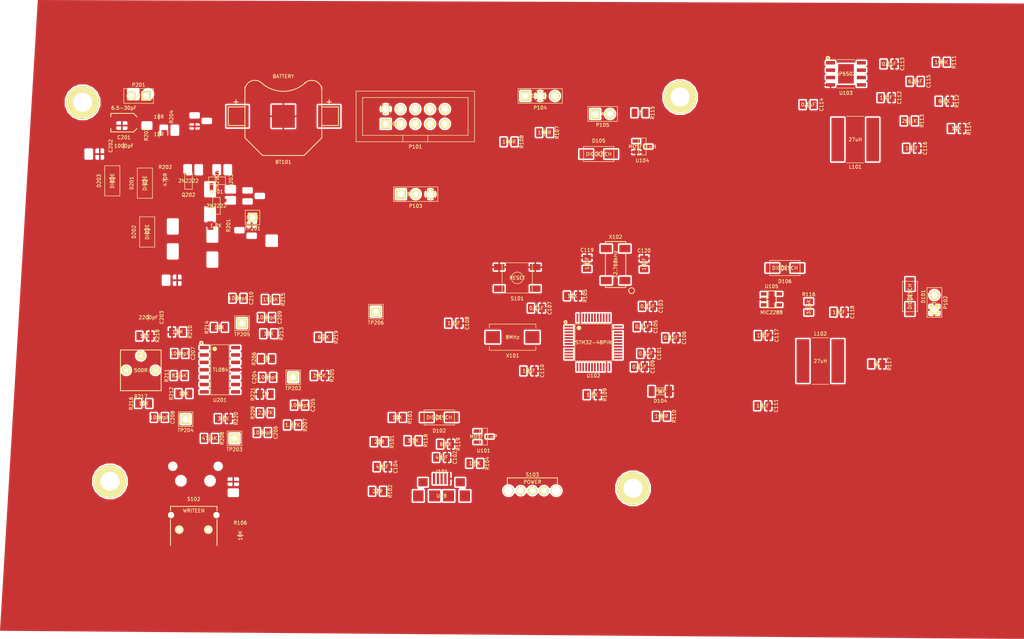
<source format=kicad_pcb>
(kicad_pcb (version 3) (host pcbnew "(2013-12-12 BZR 4550)-product")
  (layers (15 F.Cu signal) (0 B.Cu signal) (18 B.Paste user) (19 F.Paste user) (20 B.SilkS user) (21 F.SilkS user) (22 B.Mask user) (23 F.Mask user) (28 Edge.Cuts user))
  (net 0 "")
  (net 1 +3.3V)
  (net 2 +9V)
  (net 3 /BEEP)
  (net 4 /JNTRST)
  (net 5 /JTCK)
  (net 6 /JTDI)
  (net 7 /JTDO)
  (net 8 /JTMS)
  (net 9 /LEDGRN)
  (net 10 /LEDRED)
  (net 11 /RF/RX)
  (net 12 /RF/TX)
  (net 13 /USARTRX)
  (net 14 /USARTTX)
  (net 15 /USBDET)
  (net 16 /USBDIS)
  (net 17 /VBAT)
  (net 18 /VIN)
  (net 19 /VUSB)
  (net 20 /WRITEEN)
  (net 21 /nRST)
  (net 22 GNDPWR)
  (net 23 "Net-(C102-Pad1)")
  (net 24 "Net-(C104-Pad1)")
  (net 25 "Net-(C108-Pad1)")
  (net 26 "Net-(C110-Pad1)")
  (net 27 "Net-(C113-Pad1)")
  (net 28 "Net-(C114-Pad1)")
  (net 29 "Net-(C114-Pad2)")
  (net 30 "Net-(C115-Pad1)")
  (net 31 "Net-(C115-Pad2)")
  (net 32 "Net-(C119-Pad1)")
  (net 33 "Net-(C120-Pad1)")
  (net 34 "Net-(C201-Pad1)")
  (net 35 "Net-(C203-Pad1)")
  (net 36 "Net-(C204-Pad2)")
  (net 37 "Net-(C205-Pad1)")
  (net 38 "Net-(C205-Pad2)")
  (net 39 "Net-(C206-Pad2)")
  (net 40 "Net-(C207-Pad1)")
  (net 41 "Net-(C207-Pad2)")
  (net 42 "Net-(C208-Pad2)")
  (net 43 "Net-(C209-Pad2)")
  (net 44 "Net-(C210-Pad1)")
  (net 45 "Net-(C210-Pad2)")
  (net 46 "Net-(D101-Pad1)")
  (net 47 "Net-(D101-Pad2)")
  (net 48 "Net-(D104-Pad1)")
  (net 49 "Net-(D105-Pad1)")
  (net 50 "Net-(D105-Pad2)")
  (net 51 "Net-(D106-Pad1)")
  (net 52 "Net-(D201-Pad1)")
  (net 53 "Net-(D201-Pad2)")
  (net 54 "Net-(D202-Pad2)")
  (net 55 "Net-(J101-Pad2)")
  (net 56 "Net-(J101-Pad3)")
  (net 57 "Net-(P101-Pad10)")
  (net 58 "Net-(P101-Pad7)")
  (net 59 "Net-(P104-Pad1)")
  (net 60 "Net-(P104-Pad3)")
  (net 61 "Net-(P201-Pad1)")
  (net 62 "Net-(Q201-Pad1)")
  (net 63 "Net-(Q202-Pad2)")
  (net 64 "Net-(Q203-Pad3)")
  (net 65 "Net-(R104-Pad1)")
  (net 66 "Net-(R105-Pad1)")
  (net 67 "Net-(R109-Pad1)")
  (net 68 "Net-(R111-Pad2)")
  (net 69 "Net-(R113-Pad2)")
  (net 70 "Net-(R116-Pad2)")
  (net 71 "Net-(R214-Pad1)")
  (net 72 "Net-(R216-Pad2)")
  (net 73 "Net-(R217-Pad1)")
  (net 74 "Net-(R217-Pad2)")
  (net 75 "Net-(R219-Pad1)")
  (net 76 "Net-(S103-Pad1)")
  (net 77 "Net-(U102-Pad14)")
  (net 78 "Net-(U102-Pad15)")
  (net 79 "Net-(U102-Pad16)")
  (net 80 "Net-(U102-Pad17)")
  (net 81 "Net-(U102-Pad19)")
  (net 82 "Net-(U102-Pad2)")
  (net 83 "Net-(U102-Pad22)")
  (net 84 "Net-(U102-Pad25)")
  (net 85 "Net-(U102-Pad26)")
  (net 86 "Net-(U102-Pad27)")
  (net 87 "Net-(U102-Pad28)")
  (net 88 "Net-(U102-Pad41)")
  (net 89 "Net-(U102-Pad43)")
  (net 90 "Net-(U102-Pad45)")
  (net 91 "Net-(U102-Pad46)")
  (module stm32:KEYSTONE-3000 (layer F.Cu) (at 108.4 53.9)
    (fp_text reference BT101 (at 0 7.874) (layer F.SilkS) (effects (font (size 0.6 0.6) (thickness 0.1))))
    (fp_text value BATTERY (at 0 -6.858) (layer F.SilkS) (effects (font (size 0.6 0.6) (thickness 0.1))))
    (fp_text user + (at -8.128 -2.54) (layer F.SilkS))
    (fp_text user + (at 7.874 -2.54) (layer F.SilkS))
    (pad 2 smd rect (at 0 0) (size 3.9624 3.9624) (layers F.Cu F.Paste F.Mask) (net 22 GNDPWR))
    (pad 1 smd rect (at 7.874 0) (size 3.81 3.81) (layers F.Cu F.Paste F.Mask) (net 17 /VBAT))
    (pad 1 smd rect (at -7.874 0) (size 3.81 3.81) (layers F.Cu F.Paste F.Mask) (net 17 /VBAT))
  )
  (module stm32:CAPC2012X100N (layer F.Cu) (at 170.7 94.7)
    (fp_text reference C101 (at 2.286 0 90) (layer F.SilkS) (effects (font (size 0.6 0.6) (thickness 0.1))))
    (fp_text value 0.1uF (at 0 0) (layer F.SilkS) (effects (font (size 0.6 0.6) (thickness 0.1))))
    (pad 1 smd rect (at -0.95 0) (size 1 1.45) (layers F.Cu F.Paste F.Mask) (net 1 +3.3V))
    (pad 2 smd rect (at 0.95 0) (size 1 1.45) (layers F.Cu F.Paste F.Mask) (net 22 GNDPWR))
  )
  (module stm32:CAPC2012X100N (layer F.Cu) (at 135.6 112.6)
    (fp_text reference C102 (at 2.286 0 90) (layer F.SilkS) (effects (font (size 0.6 0.6) (thickness 0.1))))
    (fp_text value 48pF (at 0 0) (layer F.SilkS) (effects (font (size 0.6 0.6) (thickness 0.1))))
    (pad 1 smd rect (at -0.95 0) (size 1 1.45) (layers F.Cu F.Paste F.Mask) (net 23 "Net-(C102-Pad1)"))
    (pad 2 smd rect (at 0.95 0) (size 1 1.45) (layers F.Cu F.Paste F.Mask) (net 22 GNDPWR))
  )
  (module stm32:CAPC2012X100N (layer F.Cu) (at 171 86.6)
    (fp_text reference C103 (at 2.286 0 90) (layer F.SilkS) (effects (font (size 0.6 0.6) (thickness 0.1))))
    (fp_text value 0.1uF (at 0 0) (layer F.SilkS) (effects (font (size 0.6 0.6) (thickness 0.1))))
    (pad 1 smd rect (at -0.95 0) (size 1 1.45) (layers F.Cu F.Paste F.Mask) (net 1 +3.3V))
    (pad 2 smd rect (at 0.95 0) (size 1 1.45) (layers F.Cu F.Paste F.Mask) (net 22 GNDPWR))
  )
  (module stm32:CAPC2012X100N (layer F.Cu) (at 125.4 114.2)
    (fp_text reference C104 (at 2.286 0 90) (layer F.SilkS) (effects (font (size 0.6 0.6) (thickness 0.1))))
    (fp_text value 48pF (at 0 0) (layer F.SilkS) (effects (font (size 0.6 0.6) (thickness 0.1))))
    (pad 1 smd rect (at -0.95 0) (size 1 1.45) (layers F.Cu F.Paste F.Mask) (net 24 "Net-(C104-Pad1)"))
    (pad 2 smd rect (at 0.95 0) (size 1 1.45) (layers F.Cu F.Paste F.Mask) (net 22 GNDPWR))
  )
  (module stm32:CAPC2012X100N (layer F.Cu) (at 170.1 90.1)
    (fp_text reference C105 (at 2.286 0 90) (layer F.SilkS) (effects (font (size 0.6 0.6) (thickness 0.1))))
    (fp_text value 0.1uF (at 0 0) (layer F.SilkS) (effects (font (size 0.6 0.6) (thickness 0.1))))
    (pad 1 smd rect (at -0.95 0) (size 1 1.45) (layers F.Cu F.Paste F.Mask) (net 1 +3.3V))
    (pad 2 smd rect (at 0.95 0) (size 1 1.45) (layers F.Cu F.Paste F.Mask) (net 22 GNDPWR))
  )
  (module stm32:CAPC2012X100N (layer F.Cu) (at 175 92)
    (fp_text reference C106 (at 2.286 0 90) (layer F.SilkS) (effects (font (size 0.6 0.6) (thickness 0.1))))
    (fp_text value 0.1uF (at 0 0) (layer F.SilkS) (effects (font (size 0.6 0.6) (thickness 0.1))))
    (pad 1 smd rect (at -0.95 0) (size 1 1.45) (layers F.Cu F.Paste F.Mask) (net 1 +3.3V))
    (pad 2 smd rect (at 0.95 0) (size 1 1.45) (layers F.Cu F.Paste F.Mask) (net 22 GNDPWR))
  )
  (module stm32:CAPC2012X100N (layer F.Cu) (at 151.9 86.9)
    (fp_text reference C107 (at 2.286 0 90) (layer F.SilkS) (effects (font (size 0.6 0.6) (thickness 0.1))))
    (fp_text value 0.1uF (at 0 0) (layer F.SilkS) (effects (font (size 0.6 0.6) (thickness 0.1))))
    (pad 1 smd rect (at -0.95 0) (size 1 1.45) (layers F.Cu F.Paste F.Mask) (net 21 /nRST))
    (pad 2 smd rect (at 0.95 0) (size 1 1.45) (layers F.Cu F.Paste F.Mask) (net 22 GNDPWR))
  )
  (module stm32:CAPC2012X100N (layer F.Cu) (at 137.7 89.5)
    (fp_text reference C108 (at 2.286 0 90) (layer F.SilkS) (effects (font (size 0.6 0.6) (thickness 0.1))))
    (fp_text value 18pF (at 0 0) (layer F.SilkS) (effects (font (size 0.6 0.6) (thickness 0.1))))
    (pad 1 smd rect (at -0.95 0) (size 1 1.45) (layers F.Cu F.Paste F.Mask) (net 25 "Net-(C108-Pad1)"))
    (pad 2 smd rect (at 0.95 0) (size 1 1.45) (layers F.Cu F.Paste F.Mask) (net 22 GNDPWR))
  )
  (module stm32:CAPC2012X100N (layer F.Cu) (at 169.6 97)
    (fp_text reference C109 (at 2.286 0 90) (layer F.SilkS) (effects (font (size 0.6 0.6) (thickness 0.1))))
    (fp_text value 0.1uF (at 0 0) (layer F.SilkS) (effects (font (size 0.6 0.6) (thickness 0.1))))
    (pad 1 smd rect (at -0.95 0) (size 1 1.45) (layers F.Cu F.Paste F.Mask) (net 1 +3.3V))
    (pad 2 smd rect (at 0.95 0) (size 1 1.45) (layers F.Cu F.Paste F.Mask) (net 22 GNDPWR))
  )
  (module stm32:CAPC2012X100N (layer F.Cu) (at 150.6 97.7)
    (fp_text reference C110 (at 2.286 0 90) (layer F.SilkS) (effects (font (size 0.6 0.6) (thickness 0.1))))
    (fp_text value 18pF (at 0 0) (layer F.SilkS) (effects (font (size 0.6 0.6) (thickness 0.1))))
    (pad 1 smd rect (at -0.95 0) (size 1 1.45) (layers F.Cu F.Paste F.Mask) (net 26 "Net-(C110-Pad1)"))
    (pad 2 smd rect (at 0.95 0) (size 1 1.45) (layers F.Cu F.Paste F.Mask) (net 22 GNDPWR))
  )
  (module stm32:CAPC2012X100N (layer F.Cu) (at 190.8 103.7)
    (fp_text reference C111 (at 2.286 0 90) (layer F.SilkS) (effects (font (size 0.6 0.6) (thickness 0.1))))
    (fp_text value 10uF (at 0 0) (layer F.SilkS) (effects (font (size 0.6 0.6) (thickness 0.1))))
    (pad 1 smd rect (at -0.95 0) (size 1 1.45) (layers F.Cu F.Paste F.Mask) (net 18 /VIN))
    (pad 2 smd rect (at 0.95 0) (size 1 1.45) (layers F.Cu F.Paste F.Mask) (net 22 GNDPWR))
  )
  (module stm32:CAPC2012X100N (layer F.Cu) (at 212 50.7)
    (fp_text reference C112 (at 2.286 0 90) (layer F.SilkS) (effects (font (size 0.6 0.6) (thickness 0.1))))
    (fp_text value 10uF (at 0 0) (layer F.SilkS) (effects (font (size 0.6 0.6) (thickness 0.1))))
    (pad 1 smd rect (at -0.95 0) (size 1 1.45) (layers F.Cu F.Paste F.Mask) (net 18 /VIN))
    (pad 2 smd rect (at 0.95 0) (size 1 1.45) (layers F.Cu F.Paste F.Mask) (net 22 GNDPWR))
  )
  (module stm32:CAPC2012X100N (layer F.Cu) (at 212.5 44.9)
    (fp_text reference C113 (at 2.286 0 90) (layer F.SilkS) (effects (font (size 0.6 0.6) (thickness 0.1))))
    (fp_text value 0.1uF (at 0 0) (layer F.SilkS) (effects (font (size 0.6 0.6) (thickness 0.1))))
    (pad 1 smd rect (at -0.95 0) (size 1 1.45) (layers F.Cu F.Paste F.Mask) (net 27 "Net-(C113-Pad1)"))
    (pad 2 smd rect (at 0.95 0) (size 1 1.45) (layers F.Cu F.Paste F.Mask) (net 22 GNDPWR))
  )
  (module stm32:CAPC2012X100N (layer F.Cu) (at 198.6 51.9)
    (fp_text reference C114 (at 2.286 0 90) (layer F.SilkS) (effects (font (size 0.6 0.6) (thickness 0.1))))
    (fp_text value 0.1uF (at 0 0) (layer F.SilkS) (effects (font (size 0.6 0.6) (thickness 0.1))))
    (pad 1 smd rect (at -0.95 0) (size 1 1.45) (layers F.Cu F.Paste F.Mask) (net 28 "Net-(C114-Pad1)"))
    (pad 2 smd rect (at 0.95 0) (size 1 1.45) (layers F.Cu F.Paste F.Mask) (net 29 "Net-(C114-Pad2)"))
  )
  (module stm32:CAPC2012X100N (layer F.Cu) (at 217 47.9)
    (fp_text reference C115 (at 2.286 0 90) (layer F.SilkS) (effects (font (size 0.6 0.6) (thickness 0.1))))
    (fp_text value 6.8nF (at 0 0) (layer F.SilkS) (effects (font (size 0.6 0.6) (thickness 0.1))))
    (pad 1 smd rect (at -0.95 0) (size 1 1.45) (layers F.Cu F.Paste F.Mask) (net 30 "Net-(C115-Pad1)"))
    (pad 2 smd rect (at 0.95 0) (size 1 1.45) (layers F.Cu F.Paste F.Mask) (net 31 "Net-(C115-Pad2)"))
  )
  (module stm32:CAPC2012X100N (layer F.Cu) (at 216.4 59.4)
    (fp_text reference C116 (at 2.286 0 90) (layer F.SilkS) (effects (font (size 0.6 0.6) (thickness 0.1))))
    (fp_text value 10uF (at 0 0) (layer F.SilkS) (effects (font (size 0.6 0.6) (thickness 0.1))))
    (pad 1 smd rect (at -0.95 0) (size 1 1.45) (layers F.Cu F.Paste F.Mask) (net 1 +3.3V))
    (pad 2 smd rect (at 0.95 0) (size 1 1.45) (layers F.Cu F.Paste F.Mask) (net 22 GNDPWR))
  )
  (module stm32:CAPC2012X100N (layer F.Cu) (at 190.9 91.6)
    (fp_text reference C117 (at 2.286 0 90) (layer F.SilkS) (effects (font (size 0.6 0.6) (thickness 0.1))))
    (fp_text value 10uF (at 0 0) (layer F.SilkS) (effects (font (size 0.6 0.6) (thickness 0.1))))
    (pad 1 smd rect (at -0.95 0) (size 1 1.45) (layers F.Cu F.Paste F.Mask) (net 18 /VIN))
    (pad 2 smd rect (at 0.95 0) (size 1 1.45) (layers F.Cu F.Paste F.Mask) (net 22 GNDPWR))
  )
  (module stm32:CAPC2012X100N (layer F.Cu) (at 203.9 87.6)
    (fp_text reference C118 (at 2.286 0 90) (layer F.SilkS) (effects (font (size 0.6 0.6) (thickness 0.1))))
    (fp_text value 10uF (at 0 0) (layer F.SilkS) (effects (font (size 0.6 0.6) (thickness 0.1))))
    (pad 1 smd rect (at -0.95 0) (size 1 1.45) (layers F.Cu F.Paste F.Mask) (net 2 +9V))
    (pad 2 smd rect (at 0.95 0) (size 1 1.45) (layers F.Cu F.Paste F.Mask) (net 22 GNDPWR))
  )
  (module stm32:CAPC2012X100N (layer F.Cu) (at 160.6 79.2 90)
    (fp_text reference C119 (at 2.286 0 180) (layer F.SilkS) (effects (font (size 0.6 0.6) (thickness 0.1))))
    (fp_text value 18pF (at 0 0 90) (layer F.SilkS) (effects (font (size 0.6 0.6) (thickness 0.1))))
    (pad 1 smd rect (at -0.95 0 90) (size 1 1.45) (layers F.Cu F.Paste F.Mask) (net 32 "Net-(C119-Pad1)"))
    (pad 2 smd rect (at 0.95 0 90) (size 1 1.45) (layers F.Cu F.Paste F.Mask) (net 22 GNDPWR))
  )
  (module stm32:CAPC2012X100N (layer F.Cu) (at 170.4 79.3 90)
    (fp_text reference C120 (at 2.286 0 180) (layer F.SilkS) (effects (font (size 0.6 0.6) (thickness 0.1))))
    (fp_text value 18pF (at 0 0 90) (layer F.SilkS) (effects (font (size 0.6 0.6) (thickness 0.1))))
    (pad 1 smd rect (at -0.95 0 90) (size 1 1.45) (layers F.Cu F.Paste F.Mask) (net 33 "Net-(C120-Pad1)"))
    (pad 2 smd rect (at 0.95 0 90) (size 1 1.45) (layers F.Cu F.Paste F.Mask) (net 22 GNDPWR))
  )
  (module stm32:MURATA-TZC3 (layer F.Cu) (at 81 55 180)
    (fp_text reference C201 (at 0 -2.54 180) (layer F.SilkS) (effects (font (size 0.6 0.6) (thickness 0.1))))
    (fp_text value 6.5-30pF (at 0 2.54 180) (layer F.SilkS) (effects (font (size 0.6 0.6) (thickness 0.1))))
    (pad 1 smd rect (at -2.15 0 180) (size 1.4 1) (layers F.Cu F.Paste F.Mask) (net 34 "Net-(C201-Pad1)"))
    (pad 2 smd rect (at 2.15 0 180) (size 1.4 1) (layers F.Cu F.Paste F.Mask) (net 22 GNDPWR))
  )
  (module stm32:CAPC2012X100N (layer F.Cu) (at 81 59 180)
    (fp_text reference C202 (at 2.286 0 270) (layer F.SilkS) (effects (font (size 0.6 0.6) (thickness 0.1))))
    (fp_text value 1000pF (at 0 0 180) (layer F.SilkS) (effects (font (size 0.6 0.6) (thickness 0.1))))
    (pad 1 smd rect (at -0.95 0 180) (size 1 1.45) (layers F.Cu F.Paste F.Mask) (net 34 "Net-(C201-Pad1)"))
    (pad 2 smd rect (at 0.95 0 180) (size 1 1.45) (layers F.Cu F.Paste F.Mask) (net 22 GNDPWR))
  )
  (module stm32:CAPC2012X100N (layer F.Cu) (at 85.2 88.5)
    (fp_text reference C203 (at 2.286 0 90) (layer F.SilkS) (effects (font (size 0.6 0.6) (thickness 0.1))))
    (fp_text value 2200pF (at 0 0) (layer F.SilkS) (effects (font (size 0.6 0.6) (thickness 0.1))))
    (pad 1 smd rect (at -0.95 0) (size 1 1.45) (layers F.Cu F.Paste F.Mask) (net 35 "Net-(C203-Pad1)"))
    (pad 2 smd rect (at 0.95 0) (size 1 1.45) (layers F.Cu F.Paste F.Mask) (net 22 GNDPWR))
  )
  (module stm32:CAPC2012X100N (layer F.Cu) (at 105.7 98.8 180)
    (fp_text reference C204 (at 2.286 0 270) (layer F.SilkS) (effects (font (size 0.6 0.6) (thickness 0.1))))
    (fp_text value 1000pF (at 0 0 180) (layer F.SilkS) (effects (font (size 0.6 0.6) (thickness 0.1))))
    (pad 1 smd rect (at -0.95 0 180) (size 1 1.45) (layers F.Cu F.Paste F.Mask) (net 35 "Net-(C203-Pad1)"))
    (pad 2 smd rect (at 0.95 0 180) (size 1 1.45) (layers F.Cu F.Paste F.Mask) (net 36 "Net-(C204-Pad2)"))
  )
  (module stm32:CAPC2012X100N (layer F.Cu) (at 111.2 103.6)
    (fp_text reference C205 (at 2.286 0 90) (layer F.SilkS) (effects (font (size 0.6 0.6) (thickness 0.1))))
    (fp_text value 1000pF (at 0 0) (layer F.SilkS) (effects (font (size 0.6 0.6) (thickness 0.1))))
    (pad 1 smd rect (at -0.95 0) (size 1 1.45) (layers F.Cu F.Paste F.Mask) (net 37 "Net-(C205-Pad1)"))
    (pad 2 smd rect (at 0.95 0) (size 1 1.45) (layers F.Cu F.Paste F.Mask) (net 38 "Net-(C205-Pad2)"))
  )
  (module stm32:CAPC2012X100N (layer F.Cu) (at 104.8 108.3)
    (fp_text reference C206 (at 2.286 0 90) (layer F.SilkS) (effects (font (size 0.6 0.6) (thickness 0.1))))
    (fp_text value 1000pF (at 0 0) (layer F.SilkS) (effects (font (size 0.6 0.6) (thickness 0.1))))
    (pad 1 smd rect (at -0.95 0) (size 1 1.45) (layers F.Cu F.Paste F.Mask) (net 38 "Net-(C205-Pad2)"))
    (pad 2 smd rect (at 0.95 0) (size 1 1.45) (layers F.Cu F.Paste F.Mask) (net 39 "Net-(C206-Pad2)"))
  )
  (module stm32:CAPC2012X100N (layer F.Cu) (at 90.6 94.7)
    (fp_text reference C207 (at 2.286 0 90) (layer F.SilkS) (effects (font (size 0.6 0.6) (thickness 0.1))))
    (fp_text value 1000pF (at 0 0) (layer F.SilkS) (effects (font (size 0.6 0.6) (thickness 0.1))))
    (pad 1 smd rect (at -0.95 0) (size 1 1.45) (layers F.Cu F.Paste F.Mask) (net 40 "Net-(C207-Pad1)"))
    (pad 2 smd rect (at 0.95 0) (size 1 1.45) (layers F.Cu F.Paste F.Mask) (net 41 "Net-(C207-Pad2)"))
  )
  (module stm32:CAPC2012X100N (layer F.Cu) (at 87.1 105.7)
    (fp_text reference C208 (at 2.286 0 90) (layer F.SilkS) (effects (font (size 0.6 0.6) (thickness 0.1))))
    (fp_text value 1000pF (at 0 0) (layer F.SilkS) (effects (font (size 0.6 0.6) (thickness 0.1))))
    (pad 1 smd rect (at -0.95 0) (size 1 1.45) (layers F.Cu F.Paste F.Mask) (net 40 "Net-(C207-Pad1)"))
    (pad 2 smd rect (at 0.95 0) (size 1 1.45) (layers F.Cu F.Paste F.Mask) (net 42 "Net-(C208-Pad2)"))
  )
  (module stm32:CAPC2012X100N (layer F.Cu) (at 105.5 88.5)
    (fp_text reference C209 (at 2.286 0 90) (layer F.SilkS) (effects (font (size 0.6 0.6) (thickness 0.1))))
    (fp_text value 1000pF (at 0 0) (layer F.SilkS) (effects (font (size 0.6 0.6) (thickness 0.1))))
    (pad 1 smd rect (at -0.95 0) (size 1 1.45) (layers F.Cu F.Paste F.Mask) (net 1 +3.3V))
    (pad 2 smd rect (at 0.95 0) (size 1 1.45) (layers F.Cu F.Paste F.Mask) (net 43 "Net-(C209-Pad2)"))
  )
  (module stm32:CAPC2012X100N (layer F.Cu) (at 100.6 85.2)
    (fp_text reference C210 (at 2.286 0 90) (layer F.SilkS) (effects (font (size 0.6 0.6) (thickness 0.1))))
    (fp_text value 1000pF (at 0 0) (layer F.SilkS) (effects (font (size 0.6 0.6) (thickness 0.1))))
    (pad 1 smd rect (at -0.95 0) (size 1 1.45) (layers F.Cu F.Paste F.Mask) (net 44 "Net-(C210-Pad1)"))
    (pad 2 smd rect (at 0.95 0) (size 1 1.45) (layers F.Cu F.Paste F.Mask) (net 45 "Net-(C210-Pad2)"))
  )
  (module stm32:DIOM5226X220N (layer F.Cu) (at 216.1 84.9 90)
    (fp_text reference D101 (at 0 2.286 90) (layer F.SilkS) (effects (font (size 0.6 0.6) (thickness 0.1))))
    (fp_text value DIODESCH (at 0 0 90) (layer F.SilkS) (effects (font (size 0.6 0.6) (thickness 0.1))))
    (pad 1 smd rect (at -2.15 0 90) (size 2.3 1.55) (layers F.Cu F.Paste F.Mask) (net 46 "Net-(D101-Pad1)"))
    (pad 2 smd rect (at 2.15 0 90) (size 2.3 1.55) (layers F.Cu F.Paste F.Mask) (net 47 "Net-(D101-Pad2)"))
  )
  (module stm32:DIOM5226X220N (layer F.Cu) (at 135.2 105.7)
    (fp_text reference D102 (at 0 2.286) (layer F.SilkS) (effects (font (size 0.6 0.6) (thickness 0.1))))
    (fp_text value DIODESCH (at 0 0) (layer F.SilkS) (effects (font (size 0.6 0.6) (thickness 0.1))))
    (pad 1 smd rect (at -2.15 0) (size 2.3 1.55) (layers F.Cu F.Paste F.Mask) (net 19 /VUSB))
    (pad 2 smd rect (at 2.15 0) (size 2.3 1.55) (layers F.Cu F.Paste F.Mask) (net 47 "Net-(D101-Pad2)"))
  )
  (module stm32:LEDC3216X100N (layer F.Cu) (at 173.2 101.2)
    (fp_text reference D104 (at 0 1.651) (layer F.SilkS) (effects (font (size 0.6 0.6) (thickness 0.1))))
    (fp_text value PWR (at 0 0) (layer F.SilkS) (effects (font (size 0.6 0.6) (thickness 0.1))))
    (pad 1 smd rect (at -1.5 0) (size 1.05 1.75) (layers F.Cu F.Paste F.Mask) (net 48 "Net-(D104-Pad1)"))
    (pad 2 smd rect (at 1.5 0) (size 1.05 1.75) (layers F.Cu F.Paste F.Mask) (net 22 GNDPWR))
  )
  (module stm32:DIOM5226X220N (layer F.Cu) (at 162.6 60.4 180)
    (fp_text reference D105 (at 0 2.286 180) (layer F.SilkS) (effects (font (size 0.6 0.6) (thickness 0.1))))
    (fp_text value DIODESCH (at 0 0 180) (layer F.SilkS) (effects (font (size 0.6 0.6) (thickness 0.1))))
    (pad 1 smd rect (at -2.15 0 180) (size 2.3 1.55) (layers F.Cu F.Paste F.Mask) (net 49 "Net-(D105-Pad1)"))
    (pad 2 smd rect (at 2.15 0 180) (size 2.3 1.55) (layers F.Cu F.Paste F.Mask) (net 50 "Net-(D105-Pad2)"))
  )
  (module stm32:DIOM5226X220N (layer F.Cu) (at 194.6 80)
    (fp_text reference D106 (at 0 2.286) (layer F.SilkS) (effects (font (size 0.6 0.6) (thickness 0.1))))
    (fp_text value DIODESCH (at 0 0) (layer F.SilkS) (effects (font (size 0.6 0.6) (thickness 0.1))))
    (pad 1 smd rect (at -2.15 0) (size 2.3 1.55) (layers F.Cu F.Paste F.Mask) (net 51 "Net-(D106-Pad1)"))
    (pad 2 smd rect (at 2.15 0) (size 2.3 1.55) (layers F.Cu F.Paste F.Mask) (net 2 +9V))
  )
  (module stm32:DIOM5226X220N (layer F.Cu) (at 84.6 65.4 270)
    (fp_text reference D201 (at 0 2.286 270) (layer F.SilkS) (effects (font (size 0.6 0.6) (thickness 0.1))))
    (fp_text value DIODE (at 0 0 270) (layer F.SilkS) (effects (font (size 0.6 0.6) (thickness 0.1))))
    (pad 1 smd rect (at -2.15 0 270) (size 2.3 1.55) (layers F.Cu F.Paste F.Mask) (net 52 "Net-(D201-Pad1)"))
    (pad 2 smd rect (at 2.15 0 270) (size 2.3 1.55) (layers F.Cu F.Paste F.Mask) (net 53 "Net-(D201-Pad2)"))
  )
  (module stm32:DIOM5226X220N (layer F.Cu) (at 85 73.8 270)
    (fp_text reference D202 (at 0 2.286 270) (layer F.SilkS) (effects (font (size 0.6 0.6) (thickness 0.1))))
    (fp_text value DIODE (at 0 0 270) (layer F.SilkS) (effects (font (size 0.6 0.6) (thickness 0.1))))
    (pad 1 smd rect (at -2.15 0 270) (size 2.3 1.55) (layers F.Cu F.Paste F.Mask) (net 53 "Net-(D201-Pad2)"))
    (pad 2 smd rect (at 2.15 0 270) (size 2.3 1.55) (layers F.Cu F.Paste F.Mask) (net 54 "Net-(D202-Pad2)"))
  )
  (module stm32:DIOM5226X220N (layer F.Cu) (at 79 65 270)
    (fp_text reference D203 (at 0 2.286 270) (layer F.SilkS) (effects (font (size 0.6 0.6) (thickness 0.1))))
    (fp_text value DIODE (at 0 0 270) (layer F.SilkS) (effects (font (size 0.6 0.6) (thickness 0.1))))
    (pad 1 smd rect (at -2.15 0 270) (size 2.3 1.55) (layers F.Cu F.Paste F.Mask) (net 34 "Net-(C201-Pad1)"))
    (pad 2 smd rect (at 2.15 0 270) (size 2.3 1.55) (layers F.Cu F.Paste F.Mask) (net 35 "Net-(C203-Pad1)"))
  )
  (module stm32:JST_UB-MC5BR3-SD204-4S-NMP (layer F.Cu) (at 135.6 119.2)
    (fp_text reference J101 (at 0 -4.191) (layer F.SilkS) (effects (font (size 0.6 0.6) (thickness 0.1))))
    (fp_text value USB (at 0 0) (layer F.SilkS) (effects (font (size 0.6 0.6) (thickness 0.1))))
    (pad 1 smd rect (at -1.3 -2.95) (size 0.4 1.9) (layers F.Cu F.Paste F.Mask) (net 19 /VUSB))
    (pad 2 smd rect (at -0.65 -2.95) (size 0.4 1.9) (layers F.Cu F.Paste F.Mask) (net 55 "Net-(J101-Pad2)"))
    (pad 3 smd rect (at 0 -2.95) (size 0.4 1.9) (layers F.Cu F.Paste F.Mask) (net 56 "Net-(J101-Pad3)"))
    (pad 4 smd rect (at 0.65 -2.95) (size 0.4 1.9) (layers F.Cu F.Paste F.Mask))
    (pad 5 smd rect (at 1.3 -2.95) (size 0.4 1.9) (layers F.Cu F.Paste F.Mask) (net 22 GNDPWR))
    (pad "" smd rect (at -3.2 -2.35) (size 1.6 1.4) (layers F.Cu F.Paste F.Mask))
    (pad "" smd rect (at 3.2 -2.35) (size 1.6 1.4) (layers F.Cu F.Paste F.Mask))
    (pad "" smd rect (at -4 0) (size 1.8 1.9) (layers F.Cu F.Paste F.Mask))
    (pad "" smd rect (at 4 0) (size 1.8 1.9) (layers F.Cu F.Paste F.Mask))
    (pad "" smd rect (at -1.2 0) (size 1.9 1.9) (layers F.Cu F.Paste F.Mask))
    (pad "" smd rect (at 1.2 0) (size 1.9 1.9) (layers F.Cu F.Paste F.Mask))
  )
  (module stm32:IND_ASPI-8040S-680M-T (layer F.Cu) (at 206.7 57.9)
    (fp_text reference L101 (at 0 4.699) (layer F.SilkS) (effects (font (size 0.6 0.6) (thickness 0.1))))
    (fp_text value 27uH (at 0 0) (layer F.SilkS) (effects (font (size 0.6 0.6) (thickness 0.1))))
    (pad 1 smd rect (at -3 0) (size 2.2 7.5) (layers F.Cu F.Paste F.Mask) (net 1 +3.3V))
    (pad 2 smd rect (at 3 0) (size 2.2 7.5) (layers F.Cu F.Paste F.Mask) (net 29 "Net-(C114-Pad2)"))
  )
  (module stm32:IND_ASPI-8040S-680M-T (layer F.Cu) (at 200.7 96 180)
    (fp_text reference L102 (at 0 4.699 180) (layer F.SilkS) (effects (font (size 0.6 0.6) (thickness 0.1))))
    (fp_text value 27uH (at 0 0 180) (layer F.SilkS) (effects (font (size 0.6 0.6) (thickness 0.1))))
    (pad 1 smd rect (at -3 0 180) (size 2.2 7.5) (layers F.Cu F.Paste F.Mask) (net 51 "Net-(D106-Pad1)"))
    (pad 2 smd rect (at 3 0 180) (size 2.2 7.5) (layers F.Cu F.Paste F.Mask) (net 18 /VIN))
  )
  (module stm32:MTGNP565H328Z565P (layer F.Cu) (at 168.5 117.9)
    (fp_text reference M101 hide)
    (fp_text value "Mouting Hole" (at 0 0) (layer F.SilkS) (effects (font (size 0.6 0.6) (thickness 0.1))))
    (pad "" thru_hole circle (at 0 0) (size 5.65 5.65) (drill 3.2766) (layers *.Cu *.Mask F.SilkS))
  )
  (module stm32:MTGNP565H328Z565P (layer F.Cu) (at 176.6 50.6)
    (fp_text reference M102 hide)
    (fp_text value "Mouting Hole" (at 0 0) (layer F.SilkS) (effects (font (size 0.6 0.6) (thickness 0.1))))
    (pad "" thru_hole circle (at 0 0) (size 5.65 5.65) (drill 3.2766) (layers *.Cu *.Mask F.SilkS))
  )
  (module stm32:MTGNP565H328Z565P (layer F.Cu) (at 78.6 116.7)
    (fp_text reference M103 hide)
    (fp_text value "Mouting Hole" (at 0 0) (layer F.SilkS) (effects (font (size 0.6 0.6) (thickness 0.1))))
    (pad "" thru_hole circle (at 0 0) (size 5.65 5.65) (drill 3.2766) (layers *.Cu *.Mask F.SilkS))
  )
  (module stm32:MTGNP565H328Z565P (layer F.Cu) (at 73.9 51.5)
    (fp_text reference M104 hide)
    (fp_text value "Mouting Hole" (at 0 0) (layer F.SilkS) (effects (font (size 0.6 0.6) (thickness 0.1))))
    (pad "" thru_hole circle (at 0 0) (size 5.65 5.65) (drill 3.2766) (layers *.Cu *.Mask F.SilkS))
  )
  (module stm32:SHDRV10W66P254_2X5_2035X870X609P (layer F.Cu) (at 126 55.2)
    (fp_text reference P101 (at 5.08 3.937) (layer F.SilkS) (effects (font (size 0.6 0.6) (thickness 0.1))))
    (fp_text value JTAG10 (at 1.27 0) (layer F.SilkS) (effects (font (size 0.6 0.6) (thickness 0.1))))
    (pad 1 thru_hole rect (at 0 0) (size 1.65 1.65) (drill 1) (layers *.Cu *.Mask F.SilkS) (net 5 /JTCK))
    (pad 2 thru_hole circle (at 0 -2.54) (size 1.65 1.65) (drill 1) (layers *.Cu *.Mask F.SilkS) (net 22 GNDPWR))
    (pad 3 thru_hole circle (at 2.54 0) (size 1.65 1.65) (drill 1) (layers *.Cu *.Mask F.SilkS) (net 7 /JTDO))
    (pad 4 thru_hole circle (at 2.54 -2.54) (size 1.65 1.65) (drill 1) (layers *.Cu *.Mask F.SilkS) (net 1 +3.3V))
    (pad 5 thru_hole circle (at 5.08 0) (size 1.65 1.65) (drill 1) (layers *.Cu *.Mask F.SilkS) (net 8 /JTMS))
    (pad 6 thru_hole circle (at 5.08 -2.54) (size 1.65 1.65) (drill 1) (layers *.Cu *.Mask F.SilkS) (net 21 /nRST))
    (pad 7 thru_hole circle (at 7.62 0) (size 1.65 1.65) (drill 1) (layers *.Cu *.Mask F.SilkS) (net 58 "Net-(P101-Pad7)"))
    (pad 8 thru_hole circle (at 7.62 -2.54) (size 1.65 1.65) (drill 1) (layers *.Cu *.Mask F.SilkS) (net 4 /JNTRST))
    (pad 9 thru_hole circle (at 10.16 0) (size 1.65 1.65) (drill 1) (layers *.Cu *.Mask F.SilkS) (net 6 /JTDI))
    (pad 10 thru_hole circle (at 10.16 -2.54) (size 1.65 1.65) (drill 1) (layers *.Cu *.Mask F.SilkS) (net 57 "Net-(P101-Pad10)"))
  )
  (module stm32:HDRV2W66P254_1X2_508X249X838P (layer F.Cu) (at 220.3 87.2 90)
    (fp_text reference P102 (at 1.27 1.905 90) (layer F.SilkS) (effects (font (size 0.6 0.6) (thickness 0.1))))
    (fp_text value BATTERY (at 1.27 0 90) (layer F.SilkS) (effects (font (size 0.6 0.6) (thickness 0.1))))
    (pad 1 thru_hole rect (at 0 0 90) (size 1.65 1.65) (drill 1) (layers *.Cu *.Mask F.SilkS) (net 22 GNDPWR))
    (pad 2 thru_hole circle (at 2.54 0 90) (size 1.65 1.65) (drill 1) (layers *.Cu *.Mask F.SilkS) (net 46 "Net-(D101-Pad1)"))
  )
  (module stm32:HDRV3W66P254_1X3_762X249X838P (layer F.Cu) (at 128.6 67.3)
    (fp_text reference P103 (at 2.54 2.032) (layer F.SilkS) (effects (font (size 0.6 0.6) (thickness 0.1))))
    (fp_text value DEBUG (at 1.27 0) (layer F.SilkS) (effects (font (size 0.6 0.6) (thickness 0.1))))
    (pad 1 thru_hole rect (at 0 0) (size 1.65 1.65) (drill 1) (layers *.Cu *.Mask F.SilkS) (net 14 /USARTTX))
    (pad 2 thru_hole circle (at 2.54 0) (size 1.65 1.65) (drill 1) (layers *.Cu *.Mask F.SilkS) (net 13 /USARTRX))
    (pad 3 thru_hole circle (at 5.08 0) (size 1.65 1.65) (drill 1) (layers *.Cu *.Mask F.SilkS) (net 22 GNDPWR))
  )
  (module stm32:HDRV3W66P254_1X3_762X249X838P (layer F.Cu) (at 150 50.4)
    (fp_text reference P104 (at 2.54 2.032) (layer F.SilkS) (effects (font (size 0.6 0.6) (thickness 0.1))))
    (fp_text value READIND (at 1.27 0) (layer F.SilkS) (effects (font (size 0.6 0.6) (thickness 0.1))))
    (pad 1 thru_hole rect (at 0 0) (size 1.65 1.65) (drill 1) (layers *.Cu *.Mask F.SilkS) (net 59 "Net-(P104-Pad1)"))
    (pad 2 thru_hole circle (at 2.54 0) (size 1.65 1.65) (drill 1) (layers *.Cu *.Mask F.SilkS) (net 22 GNDPWR))
    (pad 3 thru_hole circle (at 5.08 0) (size 1.65 1.65) (drill 1) (layers *.Cu *.Mask F.SilkS) (net 60 "Net-(P104-Pad3)"))
  )
  (module stm32:HDRV2W66P254_1X2_508X249X838P (layer F.Cu) (at 162 53.5)
    (fp_text reference P105 (at 1.27 1.905) (layer F.SilkS) (effects (font (size 0.6 0.6) (thickness 0.1))))
    (fp_text value SPEAKER (at 1.27 0) (layer F.SilkS) (effects (font (size 0.6 0.6) (thickness 0.1))))
    (pad 1 thru_hole rect (at 0 0) (size 1.65 1.65) (drill 1) (layers *.Cu *.Mask F.SilkS) (net 50 "Net-(D105-Pad2)"))
    (pad 2 thru_hole circle (at 2.54 0) (size 1.65 1.65) (drill 1) (layers *.Cu *.Mask F.SilkS) (net 49 "Net-(D105-Pad1)"))
  )
  (module stm32:HDRV2W66P254_1X2_508X249X838P (layer F.Cu) (at 84.8 50.4 180)
    (fp_text reference P201 (at 1.27 1.905 180) (layer F.SilkS) (effects (font (size 0.6 0.6) (thickness 0.1))))
    (fp_text value ANT (at 1.27 0 180) (layer F.SilkS) (effects (font (size 0.6 0.6) (thickness 0.1))))
    (pad 1 thru_hole rect (at 0 0 180) (size 1.65 1.65) (drill 1) (layers *.Cu *.Mask F.SilkS) (net 61 "Net-(P201-Pad1)"))
    (pad 2 thru_hole circle (at 2.54 0 180) (size 1.65 1.65) (drill 1) (layers *.Cu *.Mask F.SilkS) (net 34 "Net-(C201-Pad1)"))
  )
  (module stm32:SOT95P237X112_123-3N (layer F.Cu) (at 96.9 69.3 180)
    (fp_text reference Q201 (at 0 2.413 180) (layer F.SilkS) (effects (font (size 0.6 0.6) (thickness 0.1))))
    (fp_text value 2N2222 (at 0 0 180) (layer F.SilkS) (effects (font (size 0.6 0.6) (thickness 0.1))))
    (pad 1 smd rect (at -1.05 -0.95 180) (size 1.3 0.6) (layers F.Cu F.Paste F.Mask) (net 62 "Net-(Q201-Pad1)"))
    (pad 2 smd rect (at -1.05 0.95 180) (size 1.3 0.6) (layers F.Cu F.Paste F.Mask) (net 22 GNDPWR))
    (pad 3 smd rect (at 1.05 0 180) (size 1.3 0.6) (layers F.Cu F.Paste F.Mask) (net 54 "Net-(D202-Pad2)"))
  )
  (module stm32:SOT95P237X112_123-3N (layer F.Cu) (at 92.1 65)
    (fp_text reference Q202 (at 0 2.413) (layer F.SilkS) (effects (font (size 0.6 0.6) (thickness 0.1))))
    (fp_text value 2N2222 (at 0 0) (layer F.SilkS) (effects (font (size 0.6 0.6) (thickness 0.1))))
    (pad 1 smd rect (at -1.05 -0.95) (size 1.3 0.6) (layers F.Cu F.Paste F.Mask) (net 52 "Net-(D201-Pad1)"))
    (pad 2 smd rect (at -1.05 0.95) (size 1.3 0.6) (layers F.Cu F.Paste F.Mask) (net 63 "Net-(Q202-Pad2)"))
    (pad 3 smd rect (at 1.05 0) (size 1.3 0.6) (layers F.Cu F.Paste F.Mask) (net 2 +9V))
  )
  (module stm32:SOT95P237X112_123-3N (layer F.Cu) (at 97 65 90)
    (fp_text reference Q203 (at 0 2.413 90) (layer F.SilkS) (effects (font (size 0.6 0.6) (thickness 0.1))))
    (fp_text value 2N2907 (at 0 0 90) (layer F.SilkS) (effects (font (size 0.6 0.6) (thickness 0.1))))
    (pad 1 smd rect (at -1.05 -0.95 90) (size 1.3 0.6) (layers F.Cu F.Paste F.Mask) (net 54 "Net-(D202-Pad2)"))
    (pad 2 smd rect (at -1.05 0.95 90) (size 1.3 0.6) (layers F.Cu F.Paste F.Mask) (net 22 GNDPWR))
    (pad 3 smd rect (at 1.05 0 90) (size 1.3 0.6) (layers F.Cu F.Paste F.Mask) (net 64 "Net-(Q203-Pad3)"))
  )
  (module stm32:RESC2012X100N (layer F.Cu) (at 124.9 109.9)
    (fp_text reference R101 (at 2.159 0 90) (layer F.SilkS) (effects (font (size 0.6 0.6) (thickness 0.1))))
    (fp_text value 22R (at 0 0) (layer F.SilkS) (effects (font (size 0.6 0.6) (thickness 0.1))))
    (pad 1 smd rect (at -0.95 0) (size 1 1.45) (layers F.Cu F.Paste F.Mask) (net 23 "Net-(C102-Pad1)"))
    (pad 2 smd rect (at 0.95 0) (size 1 1.45) (layers F.Cu F.Paste F.Mask) (net 56 "Net-(J101-Pad3)"))
  )
  (module stm32:RESC2012X100N (layer F.Cu) (at 124.6 118.4)
    (fp_text reference R102 (at 2.159 0 90) (layer F.SilkS) (effects (font (size 0.6 0.6) (thickness 0.1))))
    (fp_text value 22R (at 0 0) (layer F.SilkS) (effects (font (size 0.6 0.6) (thickness 0.1))))
    (pad 1 smd rect (at -0.95 0) (size 1 1.45) (layers F.Cu F.Paste F.Mask) (net 24 "Net-(C104-Pad1)"))
    (pad 2 smd rect (at 0.95 0) (size 1 1.45) (layers F.Cu F.Paste F.Mask) (net 55 "Net-(J101-Pad2)"))
  )
  (module stm32:RESC2012X100N (layer F.Cu) (at 128 105.7)
    (fp_text reference R103 (at 2.159 0 90) (layer F.SilkS) (effects (font (size 0.6 0.6) (thickness 0.1))))
    (fp_text value 10K (at 0 0) (layer F.SilkS) (effects (font (size 0.6 0.6) (thickness 0.1))))
    (pad 1 smd rect (at -0.95 0) (size 1 1.45) (layers F.Cu F.Paste F.Mask) (net 1 +3.3V))
    (pad 2 smd rect (at 0.95 0) (size 1 1.45) (layers F.Cu F.Paste F.Mask) (net 16 /USBDIS))
  )
  (module stm32:RESC2012X100N (layer F.Cu) (at 141.3 113.6)
    (fp_text reference R104 (at 2.159 0 90) (layer F.SilkS) (effects (font (size 0.6 0.6) (thickness 0.1))))
    (fp_text value 1.5K (at 0 0) (layer F.SilkS) (effects (font (size 0.6 0.6) (thickness 0.1))))
    (pad 1 smd rect (at -0.95 0) (size 1 1.45) (layers F.Cu F.Paste F.Mask) (net 65 "Net-(R104-Pad1)"))
    (pad 2 smd rect (at 0.95 0) (size 1 1.45) (layers F.Cu F.Paste F.Mask) (net 23 "Net-(C102-Pad1)"))
  )
  (module stm32:RESC2012X100N (layer F.Cu) (at 158.1 84.8)
    (fp_text reference R105 (at 2.159 0 90) (layer F.SilkS) (effects (font (size 0.6 0.6) (thickness 0.1))))
    (fp_text value 10K (at 0 0) (layer F.SilkS) (effects (font (size 0.6 0.6) (thickness 0.1))))
    (pad 1 smd rect (at -0.95 0) (size 1 1.45) (layers F.Cu F.Paste F.Mask) (net 66 "Net-(R105-Pad1)"))
    (pad 2 smd rect (at 0.95 0) (size 1 1.45) (layers F.Cu F.Paste F.Mask) (net 22 GNDPWR))
  )
  (module stm32:RESC2012X100N (layer F.Cu) (at 101 126 90)
    (fp_text reference R106 (at 2.159 0 180) (layer F.SilkS) (effects (font (size 0.6 0.6) (thickness 0.1))))
    (fp_text value 10K (at 0 0 90) (layer F.SilkS) (effects (font (size 0.6 0.6) (thickness 0.1))))
    (pad 1 smd rect (at -0.95 0 90) (size 1 1.45) (layers F.Cu F.Paste F.Mask) (net 20 /WRITEEN))
    (pad 2 smd rect (at 0.95 0 90) (size 1 1.45) (layers F.Cu F.Paste F.Mask) (net 22 GNDPWR))
  )
  (module stm32:RESC2012X100N (layer F.Cu) (at 153.3 56.7)
    (fp_text reference R107 (at 2.159 0 90) (layer F.SilkS) (effects (font (size 0.6 0.6) (thickness 0.1))))
    (fp_text value 100R (at 0 0) (layer F.SilkS) (effects (font (size 0.6 0.6) (thickness 0.1))))
    (pad 1 smd rect (at -0.95 0) (size 1 1.45) (layers F.Cu F.Paste F.Mask) (net 10 /LEDRED))
    (pad 2 smd rect (at 0.95 0) (size 1 1.45) (layers F.Cu F.Paste F.Mask) (net 59 "Net-(P104-Pad1)"))
  )
  (module stm32:RESC2012X100N (layer F.Cu) (at 147.2 58.3)
    (fp_text reference R108 (at 2.159 0 90) (layer F.SilkS) (effects (font (size 0.6 0.6) (thickness 0.1))))
    (fp_text value 100R (at 0 0) (layer F.SilkS) (effects (font (size 0.6 0.6) (thickness 0.1))))
    (pad 1 smd rect (at -0.95 0) (size 1 1.45) (layers F.Cu F.Paste F.Mask) (net 9 /LEDGRN))
    (pad 2 smd rect (at 0.95 0) (size 1 1.45) (layers F.Cu F.Paste F.Mask) (net 60 "Net-(P104-Pad3)"))
  )
  (module stm32:RESC2012X100N (layer F.Cu) (at 161.5 101.8)
    (fp_text reference R109 (at 2.159 0 90) (layer F.SilkS) (effects (font (size 0.6 0.6) (thickness 0.1))))
    (fp_text value 1.5K (at 0 0) (layer F.SilkS) (effects (font (size 0.6 0.6) (thickness 0.1))))
    (pad 1 smd rect (at -0.95 0) (size 1 1.45) (layers F.Cu F.Paste F.Mask) (net 67 "Net-(R109-Pad1)"))
    (pad 2 smd rect (at 0.95 0) (size 1 1.45) (layers F.Cu F.Paste F.Mask) (net 22 GNDPWR))
  )
  (module stm32:RESC2012X100N (layer F.Cu) (at 173.4 105.5)
    (fp_text reference R110 (at 2.159 0 90) (layer F.SilkS) (effects (font (size 0.6 0.6) (thickness 0.1))))
    (fp_text value 100R (at 0 0) (layer F.SilkS) (effects (font (size 0.6 0.6) (thickness 0.1))))
    (pad 1 smd rect (at -0.95 0) (size 1 1.45) (layers F.Cu F.Paste F.Mask) (net 1 +3.3V))
    (pad 2 smd rect (at 0.95 0) (size 1 1.45) (layers F.Cu F.Paste F.Mask) (net 48 "Net-(D104-Pad1)"))
  )
  (module stm32:RESC2012X100N (layer F.Cu) (at 221.5 44.6)
    (fp_text reference R111 (at 2.159 0 90) (layer F.SilkS) (effects (font (size 0.6 0.6) (thickness 0.1))))
    (fp_text value 100K (at 0 0) (layer F.SilkS) (effects (font (size 0.6 0.6) (thickness 0.1))))
    (pad 1 smd rect (at -0.95 0) (size 1 1.45) (layers F.Cu F.Paste F.Mask) (net 18 /VIN))
    (pad 2 smd rect (at 0.95 0) (size 1 1.45) (layers F.Cu F.Paste F.Mask) (net 68 "Net-(R111-Pad2)"))
  )
  (module stm32:RESC2012X100N (layer F.Cu) (at 222 51.3)
    (fp_text reference R112 (at 2.159 0 90) (layer F.SilkS) (effects (font (size 0.6 0.6) (thickness 0.1))))
    (fp_text value 6.8K (at 0 0) (layer F.SilkS) (effects (font (size 0.6 0.6) (thickness 0.1))))
    (pad 1 smd rect (at -0.95 0) (size 1 1.45) (layers F.Cu F.Paste F.Mask) (net 31 "Net-(C115-Pad2)"))
    (pad 2 smd rect (at 0.95 0) (size 1 1.45) (layers F.Cu F.Paste F.Mask) (net 22 GNDPWR))
  )
  (module stm32:RESC2012X100N (layer F.Cu) (at 216 54.7)
    (fp_text reference R113 (at 2.159 0 90) (layer F.SilkS) (effects (font (size 0.6 0.6) (thickness 0.1))))
    (fp_text value 26.1K (at 0 0) (layer F.SilkS) (effects (font (size 0.6 0.6) (thickness 0.1))))
    (pad 1 smd rect (at -0.95 0) (size 1 1.45) (layers F.Cu F.Paste F.Mask) (net 1 +3.3V))
    (pad 2 smd rect (at 0.95 0) (size 1 1.45) (layers F.Cu F.Paste F.Mask) (net 69 "Net-(R113-Pad2)"))
  )
  (module stm32:RESC2012X100N (layer F.Cu) (at 224.1 56)
    (fp_text reference R114 (at 2.159 0 90) (layer F.SilkS) (effects (font (size 0.6 0.6) (thickness 0.1))))
    (fp_text value 10K (at 0 0) (layer F.SilkS) (effects (font (size 0.6 0.6) (thickness 0.1))))
    (pad 1 smd rect (at -0.95 0) (size 1 1.45) (layers F.Cu F.Paste F.Mask) (net 69 "Net-(R113-Pad2)"))
    (pad 2 smd rect (at 0.95 0) (size 1 1.45) (layers F.Cu F.Paste F.Mask) (net 22 GNDPWR))
  )
  (module stm32:RESC2012X100N (layer F.Cu) (at 169.7 53.3)
    (fp_text reference R115 (at 2.159 0 90) (layer F.SilkS) (effects (font (size 0.6 0.6) (thickness 0.1))))
    (fp_text value ? (at 0 0) (layer F.SilkS) (effects (font (size 0.6 0.6) (thickness 0.1))))
    (pad 1 smd rect (at -0.95 0) (size 1 1.45) (layers F.Cu F.Paste F.Mask) (net 1 +3.3V))
    (pad 2 smd rect (at 0.95 0) (size 1 1.45) (layers F.Cu F.Paste F.Mask) (net 50 "Net-(D105-Pad2)"))
  )
  (module stm32:RESC2012X100N (layer F.Cu) (at 198.7 86.7 90)
    (fp_text reference R116 (at 2.159 0 180) (layer F.SilkS) (effects (font (size 0.6 0.6) (thickness 0.1))))
    (fp_text value 31.6K (at 0 0 90) (layer F.SilkS) (effects (font (size 0.6 0.6) (thickness 0.1))))
    (pad 1 smd rect (at -0.95 0 90) (size 1 1.45) (layers F.Cu F.Paste F.Mask) (net 2 +9V))
    (pad 2 smd rect (at 0.95 0 90) (size 1 1.45) (layers F.Cu F.Paste F.Mask) (net 70 "Net-(R116-Pad2)"))
  )
  (module stm32:RESC2012X100N (layer F.Cu) (at 210.4 96.5)
    (fp_text reference R117 (at 2.159 0 90) (layer F.SilkS) (effects (font (size 0.6 0.6) (thickness 0.1))))
    (fp_text value 5K (at 0 0) (layer F.SilkS) (effects (font (size 0.6 0.6) (thickness 0.1))))
    (pad 1 smd rect (at -0.95 0) (size 1 1.45) (layers F.Cu F.Paste F.Mask) (net 70 "Net-(R116-Pad2)"))
    (pad 2 smd rect (at 0.95 0) (size 1 1.45) (layers F.Cu F.Paste F.Mask) (net 22 GNDPWR))
  )
  (module stm32:RESC2012X100N (layer F.Cu) (at 130.7 109.7)
    (fp_text reference R118 (at 2.159 0 90) (layer F.SilkS) (effects (font (size 0.6 0.6) (thickness 0.1))))
    (fp_text value 3.3K (at 0 0) (layer F.SilkS) (effects (font (size 0.6 0.6) (thickness 0.1))))
    (pad 1 smd rect (at -0.95 0) (size 1 1.45) (layers F.Cu F.Paste F.Mask) (net 19 /VUSB))
    (pad 2 smd rect (at 0.95 0) (size 1 1.45) (layers F.Cu F.Paste F.Mask) (net 15 /USBDET))
  )
  (module stm32:RESC2012X100N (layer F.Cu) (at 136.3 110.3)
    (fp_text reference R119 (at 2.159 0 90) (layer F.SilkS) (effects (font (size 0.6 0.6) (thickness 0.1))))
    (fp_text value 6.8K (at 0 0) (layer F.SilkS) (effects (font (size 0.6 0.6) (thickness 0.1))))
    (pad 1 smd rect (at -0.95 0) (size 1 1.45) (layers F.Cu F.Paste F.Mask) (net 15 /USBDET))
    (pad 2 smd rect (at 0.95 0) (size 1 1.45) (layers F.Cu F.Paste F.Mask) (net 22 GNDPWR))
  )
  (module stm32:RESC2012X100N (layer F.Cu) (at 96.8 72.7)
    (fp_text reference R201 (at 2.159 0 90) (layer F.SilkS) (effects (font (size 0.6 0.6) (thickness 0.1))))
    (fp_text value 1.2K (at 0 0) (layer F.SilkS) (effects (font (size 0.6 0.6) (thickness 0.1))))
    (pad 1 smd rect (at -0.95 0) (size 1 1.45) (layers F.Cu F.Paste F.Mask) (net 62 "Net-(Q201-Pad1)"))
    (pad 2 smd rect (at 0.95 0) (size 1 1.45) (layers F.Cu F.Paste F.Mask) (net 12 /RF/TX))
  )
  (module stm32:RESC2012X100N (layer F.Cu) (at 88.1 64.8 90)
    (fp_text reference R202 (at 2.159 0 180) (layer F.SilkS) (effects (font (size 0.6 0.6) (thickness 0.1))))
    (fp_text value 470R (at 0 0 90) (layer F.SilkS) (effects (font (size 0.6 0.6) (thickness 0.1))))
    (pad 1 smd rect (at -0.95 0 90) (size 1 1.45) (layers F.Cu F.Paste F.Mask) (net 2 +9V))
    (pad 2 smd rect (at 0.95 0 90) (size 1 1.45) (layers F.Cu F.Paste F.Mask) (net 52 "Net-(D201-Pad1)"))
  )
  (module stm32:RESC2012X100N (layer F.Cu) (at 87 57 180)
    (fp_text reference R203 (at 2.159 0 270) (layer F.SilkS) (effects (font (size 0.6 0.6) (thickness 0.1))))
    (fp_text value 10R (at 0 0 180) (layer F.SilkS) (effects (font (size 0.6 0.6) (thickness 0.1))))
    (pad 1 smd rect (at -0.95 0 180) (size 1 1.45) (layers F.Cu F.Paste F.Mask) (net 63 "Net-(Q202-Pad2)"))
    (pad 2 smd rect (at 0.95 0 180) (size 1 1.45) (layers F.Cu F.Paste F.Mask) (net 61 "Net-(P201-Pad1)"))
  )
  (module stm32:RESC2012X100N (layer F.Cu) (at 87 54)
    (fp_text reference R204 (at 2.159 0 90) (layer F.SilkS) (effects (font (size 0.6 0.6) (thickness 0.1))))
    (fp_text value 10R (at 0 0) (layer F.SilkS) (effects (font (size 0.6 0.6) (thickness 0.1))))
    (pad 1 smd rect (at -0.95 0) (size 1 1.45) (layers F.Cu F.Paste F.Mask) (net 61 "Net-(P201-Pad1)"))
    (pad 2 smd rect (at 0.95 0) (size 1 1.45) (layers F.Cu F.Paste F.Mask) (net 64 "Net-(Q203-Pad3)"))
  )
  (module stm32:RESC2012X100N (layer F.Cu) (at 114.6 98.5)
    (fp_text reference R205 (at 2.159 0 90) (layer F.SilkS) (effects (font (size 0.6 0.6) (thickness 0.1))))
    (fp_text value 390K (at 0 0) (layer F.SilkS) (effects (font (size 0.6 0.6) (thickness 0.1))))
    (pad 1 smd rect (at -0.95 0) (size 1 1.45) (layers F.Cu F.Paste F.Mask) (net 35 "Net-(C203-Pad1)"))
    (pad 2 smd rect (at 0.95 0) (size 1 1.45) (layers F.Cu F.Paste F.Mask) (net 22 GNDPWR))
  )
  (module stm32:RESC2012X100N (layer F.Cu) (at 105.5 95.6 180)
    (fp_text reference R206 (at 2.159 0 270) (layer F.SilkS) (effects (font (size 0.6 0.6) (thickness 0.1))))
    (fp_text value 1M (at 0 0 180) (layer F.SilkS) (effects (font (size 0.6 0.6) (thickness 0.1))))
    (pad 1 smd rect (at -0.95 0 180) (size 1 1.45) (layers F.Cu F.Paste F.Mask) (net 1 +3.3V))
    (pad 2 smd rect (at 0.95 0 180) (size 1 1.45) (layers F.Cu F.Paste F.Mask) (net 36 "Net-(C204-Pad2)"))
  )
  (module stm32:RESC2012X100N (layer F.Cu) (at 110 107)
    (fp_text reference R207 (at 2.159 0 90) (layer F.SilkS) (effects (font (size 0.6 0.6) (thickness 0.1))))
    (fp_text value 1.82K (at 0 0) (layer F.SilkS) (effects (font (size 0.6 0.6) (thickness 0.1))))
    (pad 1 smd rect (at -0.95 0) (size 1 1.45) (layers F.Cu F.Paste F.Mask) (net 1 +3.3V))
    (pad 2 smd rect (at 0.95 0) (size 1 1.45) (layers F.Cu F.Paste F.Mask) (net 38 "Net-(C205-Pad2)"))
  )
  (module stm32:RESC2012X100N (layer F.Cu) (at 95.7 109.3)
    (fp_text reference R208 (at 2.159 0 90) (layer F.SilkS) (effects (font (size 0.6 0.6) (thickness 0.1))))
    (fp_text value 47.5K (at 0 0) (layer F.SilkS) (effects (font (size 0.6 0.6) (thickness 0.1))))
    (pad 1 smd rect (at -0.95 0) (size 1 1.45) (layers F.Cu F.Paste F.Mask) (net 37 "Net-(C205-Pad1)"))
    (pad 2 smd rect (at 0.95 0) (size 1 1.45) (layers F.Cu F.Paste F.Mask) (net 39 "Net-(C206-Pad2)"))
  )
  (module stm32:RESC2012X100N (layer F.Cu) (at 105.3 104.9 180)
    (fp_text reference R209 (at 2.159 0 270) (layer F.SilkS) (effects (font (size 0.6 0.6) (thickness 0.1))))
    (fp_text value 2.67K (at 0 0 180) (layer F.SilkS) (effects (font (size 0.6 0.6) (thickness 0.1))))
    (pad 1 smd rect (at -0.95 0 180) (size 1 1.45) (layers F.Cu F.Paste F.Mask) (net 39 "Net-(C206-Pad2)"))
    (pad 2 smd rect (at 0.95 0 180) (size 1 1.45) (layers F.Cu F.Paste F.Mask) (net 40 "Net-(C207-Pad1)"))
  )
  (module stm32:RESC2012X100N (layer F.Cu) (at 90.2 91)
    (fp_text reference R210 (at 2.159 0 90) (layer F.SilkS) (effects (font (size 0.6 0.6) (thickness 0.1))))
    (fp_text value 10M (at 0 0) (layer F.SilkS) (effects (font (size 0.6 0.6) (thickness 0.1))))
    (pad 1 smd rect (at -0.95 0) (size 1 1.45) (layers F.Cu F.Paste F.Mask) (net 22 GNDPWR))
    (pad 2 smd rect (at 0.95 0) (size 1 1.45) (layers F.Cu F.Paste F.Mask) (net 41 "Net-(C207-Pad2)"))
  )
  (module stm32:RESC2012X100N (layer F.Cu) (at 90.5 98.5 180)
    (fp_text reference R211 (at 2.159 0 270) (layer F.SilkS) (effects (font (size 0.6 0.6) (thickness 0.1))))
    (fp_text value 82.5K (at 0 0 180) (layer F.SilkS) (effects (font (size 0.6 0.6) (thickness 0.1))))
    (pad 1 smd rect (at -0.95 0 180) (size 1 1.45) (layers F.Cu F.Paste F.Mask) (net 41 "Net-(C207-Pad2)"))
    (pad 2 smd rect (at 0.95 0 180) (size 1 1.45) (layers F.Cu F.Paste F.Mask) (net 42 "Net-(C208-Pad2)"))
  )
  (module stm32:RESC2012X100N (layer F.Cu) (at 91.3 101.6 180)
    (fp_text reference R212 (at 2.159 0 270) (layer F.SilkS) (effects (font (size 0.6 0.6) (thickness 0.1))))
    (fp_text value 10K (at 0 0 180) (layer F.SilkS) (effects (font (size 0.6 0.6) (thickness 0.1))))
    (pad 1 smd rect (at -0.95 0 180) (size 1 1.45) (layers F.Cu F.Paste F.Mask) (net 42 "Net-(C208-Pad2)"))
    (pad 2 smd rect (at 0.95 0 180) (size 1 1.45) (layers F.Cu F.Paste F.Mask) (net 44 "Net-(C210-Pad1)"))
  )
  (module stm32:RESC2012X100N (layer F.Cu) (at 105.9 91.3)
    (fp_text reference R213 (at 2.159 0 90) (layer F.SilkS) (effects (font (size 0.6 0.6) (thickness 0.1))))
    (fp_text value 10K (at 0 0) (layer F.SilkS) (effects (font (size 0.6 0.6) (thickness 0.1))))
    (pad 1 smd rect (at -0.95 0) (size 1 1.45) (layers F.Cu F.Paste F.Mask) (net 44 "Net-(C210-Pad1)"))
    (pad 2 smd rect (at 0.95 0) (size 1 1.45) (layers F.Cu F.Paste F.Mask) (net 43 "Net-(C209-Pad2)"))
  )
  (module stm32:RESC2012X100N (layer F.Cu) (at 97.4 90.2 180)
    (fp_text reference R214 (at 2.159 0 270) (layer F.SilkS) (effects (font (size 0.6 0.6) (thickness 0.1))))
    (fp_text value 10K (at 0 0 180) (layer F.SilkS) (effects (font (size 0.6 0.6) (thickness 0.1))))
    (pad 1 smd rect (at -0.95 0 180) (size 1 1.45) (layers F.Cu F.Paste F.Mask) (net 71 "Net-(R214-Pad1)"))
    (pad 2 smd rect (at 0.95 0 180) (size 1 1.45) (layers F.Cu F.Paste F.Mask) (net 1 +3.3V))
  )
  (module stm32:RESC2012X100N (layer F.Cu) (at 106.2 85.4)
    (fp_text reference R215 (at 2.159 0 90) (layer F.SilkS) (effects (font (size 0.6 0.6) (thickness 0.1))))
    (fp_text value 15.5K (at 0 0) (layer F.SilkS) (effects (font (size 0.6 0.6) (thickness 0.1))))
    (pad 1 smd rect (at -0.95 0) (size 1 1.45) (layers F.Cu F.Paste F.Mask) (net 45 "Net-(C210-Pad2)"))
    (pad 2 smd rect (at 0.95 0) (size 1 1.45) (layers F.Cu F.Paste F.Mask) (net 71 "Net-(R214-Pad1)"))
  )
  (module stm32:RESC2012X100N (layer F.Cu) (at 84.4 103.3 180)
    (fp_text reference R216 (at 2.159 0 270) (layer F.SilkS) (effects (font (size 0.6 0.6) (thickness 0.1))))
    (fp_text value 10K (at 0 0 180) (layer F.SilkS) (effects (font (size 0.6 0.6) (thickness 0.1))))
    (pad 1 smd rect (at -0.95 0 180) (size 1 1.45) (layers F.Cu F.Paste F.Mask) (net 1 +3.3V))
    (pad 2 smd rect (at 0.95 0 180) (size 1 1.45) (layers F.Cu F.Paste F.Mask) (net 72 "Net-(R216-Pad2)"))
  )
  (module stm32:COPAL-CT6EP (layer F.Cu) (at 83.9 97.6)
    (fp_text reference R217 (at 0 4.5) (layer F.SilkS) (effects (font (size 0.6 0.6) (thickness 0.1))))
    (fp_text value 500R (at 0 0) (layer F.SilkS) (effects (font (size 0.6 0.6) (thickness 0.1))))
    (pad 1 thru_hole circle (at -2.5 0) (size 1.5 1.5) (drill 0.6) (layers *.Cu *.Mask F.SilkS) (net 73 "Net-(R217-Pad1)"))
    (pad 2 thru_hole circle (at 0 -2.5) (size 1.5 1.5) (drill 0.6) (layers *.Cu *.Mask F.SilkS) (net 74 "Net-(R217-Pad2)"))
    (pad 3 thru_hole circle (at 2.5 0) (size 1.5 1.5) (drill 0.6) (layers *.Cu *.Mask F.SilkS) (net 72 "Net-(R216-Pad2)"))
  )
  (module stm32:RESC2012X100N (layer F.Cu) (at 84.6 91.7)
    (fp_text reference R218 (at 2.159 0 90) (layer F.SilkS) (effects (font (size 0.6 0.6) (thickness 0.1))))
    (fp_text value 10K (at 0 0) (layer F.SilkS) (effects (font (size 0.6 0.6) (thickness 0.1))))
    (pad 1 smd rect (at -0.95 0) (size 1 1.45) (layers F.Cu F.Paste F.Mask) (net 73 "Net-(R217-Pad1)"))
    (pad 2 smd rect (at 0.95 0) (size 1 1.45) (layers F.Cu F.Paste F.Mask) (net 22 GNDPWR))
  )
  (module stm32:RESC2012X100N (layer F.Cu) (at 115.3 91.9)
    (fp_text reference R219 (at 2.159 0 90) (layer F.SilkS) (effects (font (size 0.6 0.6) (thickness 0.1))))
    (fp_text value 6.2K (at 0 0) (layer F.SilkS) (effects (font (size 0.6 0.6) (thickness 0.1))))
    (pad 1 smd rect (at -0.95 0) (size 1 1.45) (layers F.Cu F.Paste F.Mask) (net 75 "Net-(R219-Pad1)"))
    (pad 2 smd rect (at 0.95 0) (size 1 1.45) (layers F.Cu F.Paste F.Mask) (net 11 /RF/RX))
  )
  (module stm32:RESC2012X100N (layer F.Cu) (at 98.1 105.9)
    (fp_text reference R220 (at 2.159 0 90) (layer F.SilkS) (effects (font (size 0.6 0.6) (thickness 0.1))))
    (fp_text value 3.6K (at 0 0) (layer F.SilkS) (effects (font (size 0.6 0.6) (thickness 0.1))))
    (pad 1 smd rect (at -0.95 0) (size 1 1.45) (layers F.Cu F.Paste F.Mask) (net 11 /RF/RX))
    (pad 2 smd rect (at 0.95 0) (size 1 1.45) (layers F.Cu F.Paste F.Mask) (net 22 GNDPWR))
  )
  (module stm32:RESC2012X100N (layer F.Cu) (at 105.3 101.7 180)
    (fp_text reference R221 (at 2.159 0 270) (layer F.SilkS) (effects (font (size 0.6 0.6) (thickness 0.1))))
    (fp_text value 1M (at 0 0 180) (layer F.SilkS) (effects (font (size 0.6 0.6) (thickness 0.1))))
    (pad 1 smd rect (at -0.95 0 180) (size 1 1.45) (layers F.Cu F.Paste F.Mask) (net 36 "Net-(C204-Pad2)"))
    (pad 2 smd rect (at 0.95 0 180) (size 1 1.45) (layers F.Cu F.Paste F.Mask) (net 22 GNDPWR))
  )
  (module stm32:CKCOMP-PTS525SM10SMTR (layer F.Cu) (at 148.6 81.7)
    (fp_text reference S101 (at 0 3.556) (layer F.SilkS) (effects (font (size 0.6 0.6) (thickness 0.1))))
    (fp_text value RESET (at 0 0) (layer F.SilkS) (effects (font (size 0.6 0.6) (thickness 0.1))))
    (pad 1 smd rect (at -3.1 -1.85) (size 1.8 1.1) (layers F.Cu F.Paste F.Mask) (net 22 GNDPWR))
    (pad 2 smd rect (at 3.1 -1.85) (size 1.8 1.1) (layers F.Cu F.Paste F.Mask) (net 22 GNDPWR))
    (pad 3 smd rect (at -3.1 1.85) (size 1.8 1.1) (layers F.Cu F.Paste F.Mask) (net 21 /nRST))
    (pad 4 smd rect (at 3.1 1.85) (size 1.8 1.1) (layers F.Cu F.Paste F.Mask) (net 21 /nRST))
  )
  (module stm32:CKCOMP-OS102011MA1QN1 (layer F.Cu) (at 151.2 118.3)
    (fp_text reference S103 (at 0 -2.75) (layer F.SilkS) (effects (font (size 0.6 0.6) (thickness 0.1))))
    (fp_text value POWER (at 0 -1.5) (layer F.SilkS) (effects (font (size 0.6 0.6) (thickness 0.1))))
    (pad 1 thru_hole circle (at -2 0) (size 1.5 1.5) (drill 0.9) (layers *.Cu *.Mask F.SilkS) (net 76 "Net-(S103-Pad1)"))
    (pad 2 thru_hole circle (at 0 0) (size 1.5 1.5) (drill 0.9) (layers *.Cu *.Mask F.SilkS) (net 47 "Net-(D101-Pad2)"))
    (pad 3 thru_hole circle (at 2 0) (size 1.5 1.5) (drill 0.9) (layers *.Cu *.Mask F.SilkS) (net 18 /VIN))
    (pad "" thru_hole circle (at 4.1 0) (size 1.7 1.7) (drill 1.5) (layers *.Cu *.Mask F.SilkS))
    (pad "" thru_hole circle (at -4.1 0) (size 1.7 1.7) (drill 1.5) (layers *.Cu *.Mask F.SilkS))
  )
  (module stm32:HDRV1W66P254_1X1_254X249X838P (layer F.Cu) (at 103.1 71.3)
    (fp_text reference TP201 (at 0 1.905) (layer F.SilkS) (effects (font (size 0.6 0.6) (thickness 0.1))))
    (fp_text value RFTX (at 0 0) (layer F.SilkS) (effects (font (size 0.6 0.6) (thickness 0.1))))
    (pad 1 thru_hole rect (at 0 0) (size 1.65 1.65) (drill 1) (layers *.Cu *.Mask F.SilkS) (net 12 /RF/TX))
  )
  (module stm32:HDRV1W66P254_1X1_254X249X838P (layer F.Cu) (at 110.1 98.8)
    (fp_text reference TP202 (at 0 1.905) (layer F.SilkS) (effects (font (size 0.6 0.6) (thickness 0.1))))
    (fp_text value RF1 (at 0 0) (layer F.SilkS) (effects (font (size 0.6 0.6) (thickness 0.1))))
    (pad 1 thru_hole rect (at 0 0) (size 1.65 1.65) (drill 1) (layers *.Cu *.Mask F.SilkS) (net 35 "Net-(C203-Pad1)"))
  )
  (module stm32:HDRV1W66P254_1X1_254X249X838P (layer F.Cu) (at 100 109.3)
    (fp_text reference TP203 (at 0 1.905) (layer F.SilkS) (effects (font (size 0.6 0.6) (thickness 0.1))))
    (fp_text value RF2 (at 0 0) (layer F.SilkS) (effects (font (size 0.6 0.6) (thickness 0.1))))
    (pad 1 thru_hole rect (at 0 0) (size 1.65 1.65) (drill 1) (layers *.Cu *.Mask F.SilkS) (net 39 "Net-(C206-Pad2)"))
  )
  (module stm32:HDRV1W66P254_1X1_254X249X838P (layer F.Cu) (at 91.6 106)
    (fp_text reference TP204 (at 0 1.905) (layer F.SilkS) (effects (font (size 0.6 0.6) (thickness 0.1))))
    (fp_text value RF3 (at 0 0) (layer F.SilkS) (effects (font (size 0.6 0.6) (thickness 0.1))))
    (pad 1 thru_hole rect (at 0 0) (size 1.65 1.65) (drill 1) (layers *.Cu *.Mask F.SilkS) (net 42 "Net-(C208-Pad2)"))
  )
  (module stm32:HDRV1W66P254_1X1_254X249X838P (layer F.Cu) (at 101.3 89.5)
    (fp_text reference TP205 (at 0 1.905) (layer F.SilkS) (effects (font (size 0.6 0.6) (thickness 0.1))))
    (fp_text value RF4 (at 0 0) (layer F.SilkS) (effects (font (size 0.6 0.6) (thickness 0.1))))
    (pad 1 thru_hole rect (at 0 0) (size 1.65 1.65) (drill 1) (layers *.Cu *.Mask F.SilkS) (net 45 "Net-(C210-Pad2)"))
  )
  (module stm32:HDRV1W66P254_1X1_254X249X838P (layer F.Cu) (at 124.3 87.5)
    (fp_text reference TP206 (at 0 1.905) (layer F.SilkS) (effects (font (size 0.6 0.6) (thickness 0.1))))
    (fp_text value RFRX (at 0 0) (layer F.SilkS) (effects (font (size 0.6 0.6) (thickness 0.1))))
    (pad 1 thru_hole rect (at 0 0) (size 1.65 1.65) (drill 1) (layers *.Cu *.Mask F.SilkS) (net 11 /RF/RX))
  )
  (module stm32:SOT95P237X112_123-3N (layer F.Cu) (at 142.8 109)
    (fp_text reference U101 (at 0 2.413) (layer F.SilkS) (effects (font (size 0.6 0.6) (thickness 0.1))))
    (fp_text value MOSFET-P (at 0 0) (layer F.SilkS) (effects (font (size 0.6 0.6) (thickness 0.1))))
    (pad 1 smd rect (at -1.05 -0.95) (size 1.3 0.6) (layers F.Cu F.Paste F.Mask) (net 16 /USBDIS))
    (pad 2 smd rect (at -1.05 0.95) (size 1.3 0.6) (layers F.Cu F.Paste F.Mask) (net 65 "Net-(R104-Pad1)"))
    (pad 3 smd rect (at 1.05 0) (size 1.3 0.6) (layers F.Cu F.Paste F.Mask) (net 1 +3.3V))
  )
  (module stm32:QFP50P900X900X160-48N (layer F.Cu) (at 161.7 92.8)
    (fp_text reference U102 (at 0 5.715) (layer F.SilkS) (effects (font (size 0.6 0.6) (thickness 0.1))))
    (fp_text value STM32-48PIN (at 0 0) (layer F.SilkS) (effects (font (size 0.6 0.6) (thickness 0.1))))
    (pad 1 smd rect (at -4.25 -2.75) (size 1.45 0.3) (layers F.Cu F.Paste F.Mask) (net 17 /VBAT))
    (pad 2 smd rect (at -4.25 -2.25) (size 1.45 0.3) (layers F.Cu F.Paste F.Mask) (net 82 "Net-(U102-Pad2)"))
    (pad 3 smd rect (at -4.25 -1.75) (size 1.45 0.3) (layers F.Cu F.Paste F.Mask) (net 32 "Net-(C119-Pad1)"))
    (pad 4 smd rect (at -4.25 -1.25) (size 1.45 0.3) (layers F.Cu F.Paste F.Mask) (net 33 "Net-(C120-Pad1)"))
    (pad 5 smd rect (at -4.25 -0.75) (size 1.45 0.3) (layers F.Cu F.Paste F.Mask) (net 25 "Net-(C108-Pad1)"))
    (pad 6 smd rect (at -4.25 -0.25) (size 1.45 0.3) (layers F.Cu F.Paste F.Mask) (net 26 "Net-(C110-Pad1)"))
    (pad 7 smd rect (at -4.25 0.25) (size 1.45 0.3) (layers F.Cu F.Paste F.Mask) (net 21 /nRST))
    (pad 8 smd rect (at -4.25 0.75) (size 1.45 0.3) (layers F.Cu F.Paste F.Mask) (net 22 GNDPWR))
    (pad 9 smd rect (at -4.25 1.25) (size 1.45 0.3) (layers F.Cu F.Paste F.Mask) (net 1 +3.3V))
    (pad 10 smd rect (at -4.25 1.75) (size 1.45 0.3) (layers F.Cu F.Paste F.Mask) (net 20 /WRITEEN))
    (pad 11 smd rect (at -4.25 2.25) (size 1.45 0.3) (layers F.Cu F.Paste F.Mask) (net 9 /LEDGRN))
    (pad 12 smd rect (at -4.25 2.75) (size 1.45 0.3) (layers F.Cu F.Paste F.Mask) (net 10 /LEDRED))
    (pad 13 smd rect (at -2.75 4.25) (size 0.3 1.45) (layers F.Cu F.Paste F.Mask) (net 3 /BEEP))
    (pad 14 smd rect (at -2.25 4.25) (size 0.3 1.45) (layers F.Cu F.Paste F.Mask) (net 77 "Net-(U102-Pad14)"))
    (pad 15 smd rect (at -1.75 4.25) (size 0.3 1.45) (layers F.Cu F.Paste F.Mask) (net 78 "Net-(U102-Pad15)"))
    (pad 16 smd rect (at -1.25 4.25) (size 0.3 1.45) (layers F.Cu F.Paste F.Mask) (net 79 "Net-(U102-Pad16)"))
    (pad 17 smd rect (at -0.75 4.25) (size 0.3 1.45) (layers F.Cu F.Paste F.Mask) (net 80 "Net-(U102-Pad17)"))
    (pad 18 smd rect (at -0.25 4.25) (size 0.3 1.45) (layers F.Cu F.Paste F.Mask) (net 16 /USBDIS))
    (pad 19 smd rect (at 0.25 4.25) (size 0.3 1.45) (layers F.Cu F.Paste F.Mask) (net 81 "Net-(U102-Pad19)"))
    (pad 20 smd rect (at 0.75 4.25) (size 0.3 1.45) (layers F.Cu F.Paste F.Mask) (net 67 "Net-(R109-Pad1)"))
    (pad 21 smd rect (at 1.25 4.25) (size 0.3 1.45) (layers F.Cu F.Paste F.Mask) (net 12 /RF/TX))
    (pad 22 smd rect (at 1.75 4.25) (size 0.3 1.45) (layers F.Cu F.Paste F.Mask) (net 83 "Net-(U102-Pad22)"))
    (pad 23 smd rect (at 2.25 4.25) (size 0.3 1.45) (layers F.Cu F.Paste F.Mask) (net 22 GNDPWR))
    (pad 24 smd rect (at 2.75 4.25) (size 0.3 1.45) (layers F.Cu F.Paste F.Mask) (net 1 +3.3V))
    (pad 25 smd rect (at 4.25 2.75) (size 1.45 0.3) (layers F.Cu F.Paste F.Mask) (net 84 "Net-(U102-Pad25)"))
    (pad 26 smd rect (at 4.25 2.25) (size 1.45 0.3) (layers F.Cu F.Paste F.Mask) (net 85 "Net-(U102-Pad26)"))
    (pad 27 smd rect (at 4.25 1.75) (size 1.45 0.3) (layers F.Cu F.Paste F.Mask) (net 86 "Net-(U102-Pad27)"))
    (pad 28 smd rect (at 4.25 1.25) (size 1.45 0.3) (layers F.Cu F.Paste F.Mask) (net 87 "Net-(U102-Pad28)"))
    (pad 29 smd rect (at 4.25 0.75) (size 1.45 0.3) (layers F.Cu F.Paste F.Mask) (net 11 /RF/RX))
    (pad 30 smd rect (at 4.25 0.25) (size 1.45 0.3) (layers F.Cu F.Paste F.Mask) (net 14 /USARTTX))
    (pad 31 smd rect (at 4.25 -0.25) (size 1.45 0.3) (layers F.Cu F.Paste F.Mask) (net 13 /USARTRX))
    (pad 32 smd rect (at 4.25 -0.75) (size 1.45 0.3) (layers F.Cu F.Paste F.Mask) (net 24 "Net-(C104-Pad1)"))
    (pad 33 smd rect (at 4.25 -1.25) (size 1.45 0.3) (layers F.Cu F.Paste F.Mask) (net 23 "Net-(C102-Pad1)"))
    (pad 34 smd rect (at 4.25 -1.75) (size 1.45 0.3) (layers F.Cu F.Paste F.Mask) (net 8 /JTMS))
    (pad 35 smd rect (at 4.25 -2.25) (size 1.45 0.3) (layers F.Cu F.Paste F.Mask) (net 22 GNDPWR))
    (pad 36 smd rect (at 4.25 -2.75) (size 1.45 0.3) (layers F.Cu F.Paste F.Mask) (net 1 +3.3V))
    (pad 37 smd rect (at 2.75 -4.25) (size 0.3 1.45) (layers F.Cu F.Paste F.Mask) (net 5 /JTCK))
    (pad 38 smd rect (at 2.25 -4.25) (size 0.3 1.45) (layers F.Cu F.Paste F.Mask) (net 6 /JTDI))
    (pad 39 smd rect (at 1.75 -4.25) (size 0.3 1.45) (layers F.Cu F.Paste F.Mask) (net 7 /JTDO))
    (pad 40 smd rect (at 1.25 -4.25) (size 0.3 1.45) (layers F.Cu F.Paste F.Mask) (net 4 /JNTRST))
    (pad 41 smd rect (at 0.75 -4.25) (size 0.3 1.45) (layers F.Cu F.Paste F.Mask) (net 88 "Net-(U102-Pad41)"))
    (pad 42 smd rect (at 0.25 -4.25) (size 0.3 1.45) (layers F.Cu F.Paste F.Mask) (net 15 /USBDET))
    (pad 43 smd rect (at -0.25 -4.25) (size 0.3 1.45) (layers F.Cu F.Paste F.Mask) (net 89 "Net-(U102-Pad43)"))
    (pad 44 smd rect (at -0.75 -4.25) (size 0.3 1.45) (layers F.Cu F.Paste F.Mask) (net 66 "Net-(R105-Pad1)"))
    (pad 45 smd rect (at -1.25 -4.25) (size 0.3 1.45) (layers F.Cu F.Paste F.Mask) (net 90 "Net-(U102-Pad45)"))
    (pad 46 smd rect (at -1.75 -4.25) (size 0.3 1.45) (layers F.Cu F.Paste F.Mask) (net 91 "Net-(U102-Pad46)"))
    (pad 47 smd rect (at -2.25 -4.25) (size 0.3 1.45) (layers F.Cu F.Paste F.Mask) (net 22 GNDPWR))
    (pad 48 smd rect (at -2.75 -4.25) (size 0.3 1.45) (layers F.Cu F.Paste F.Mask) (net 1 +3.3V))
  )
  (module stm32:SOIC127P600X150-9N (layer F.Cu) (at 205.1 46.6)
    (fp_text reference U103 (at 0 3.302) (layer F.SilkS) (effects (font (size 0.6 0.6) (thickness 0.1))))
    (fp_text value AP6502 (at 0 0) (layer F.SilkS) (effects (font (size 0.6 0.6) (thickness 0.1))))
    (pad 1 smd rect (at -2.65 -1.905) (size 1.55 0.6) (layers F.Cu F.Paste F.Mask) (net 28 "Net-(C114-Pad1)"))
    (pad 2 smd rect (at -2.65 -0.635) (size 1.55 0.6) (layers F.Cu F.Paste F.Mask) (net 18 /VIN))
    (pad 3 smd rect (at -2.65 0.635) (size 1.55 0.6) (layers F.Cu F.Paste F.Mask) (net 29 "Net-(C114-Pad2)"))
    (pad 4 smd rect (at -2.65 1.905) (size 1.55 0.6) (layers F.Cu F.Paste F.Mask) (net 22 GNDPWR))
    (pad 5 smd rect (at 2.65 1.905) (size 1.55 0.6) (layers F.Cu F.Paste F.Mask) (net 69 "Net-(R113-Pad2)"))
    (pad 6 smd rect (at 2.65 0.635) (size 1.55 0.6) (layers F.Cu F.Paste F.Mask) (net 30 "Net-(C115-Pad1)"))
    (pad 7 smd rect (at 2.65 -0.635) (size 1.55 0.6) (layers F.Cu F.Paste F.Mask) (net 68 "Net-(R111-Pad2)"))
    (pad 8 smd rect (at 2.65 -1.905) (size 1.55 0.6) (layers F.Cu F.Paste F.Mask) (net 27 "Net-(C113-Pad1)"))
    (pad 9 smd rect (at 0 0) (size 2.7 3.35) (layers F.Cu F.Paste F.Mask))
  )
  (module stm32:SOT95P237X112_123-3N (layer F.Cu) (at 170.1 59.1)
    (fp_text reference U104 (at 0 2.413) (layer F.SilkS) (effects (font (size 0.6 0.6) (thickness 0.1))))
    (fp_text value MOSFET-N (at 0 0) (layer F.SilkS) (effects (font (size 0.6 0.6) (thickness 0.1))))
    (pad 1 smd rect (at -1.05 -0.95) (size 1.3 0.6) (layers F.Cu F.Paste F.Mask) (net 3 /BEEP))
    (pad 2 smd rect (at -1.05 0.95) (size 1.3 0.6) (layers F.Cu F.Paste F.Mask) (net 22 GNDPWR))
    (pad 3 smd rect (at 1.05 0) (size 1.3 0.6) (layers F.Cu F.Paste F.Mask) (net 49 "Net-(D105-Pad1)"))
  )
  (module stm32:SOT95P280X100-5N (layer F.Cu) (at 192.3 85.4)
    (fp_text reference U105 (at 0 -2.25) (layer F.SilkS) (effects (font (size 0.6 0.6) (thickness 0.1))))
    (fp_text value MIC2288 (at 0 2.25) (layer F.SilkS) (effects (font (size 0.6 0.6) (thickness 0.1))))
    (pad 1 smd rect (at -1.3 -0.95) (size 1.05 0.6) (layers F.Cu F.Paste F.Mask) (net 51 "Net-(D106-Pad1)"))
    (pad 2 smd rect (at -1.3 0) (size 1.05 0.6) (layers F.Cu F.Paste F.Mask) (net 22 GNDPWR))
    (pad 3 smd rect (at -1.3 0.95) (size 1.05 0.6) (layers F.Cu F.Paste F.Mask) (net 70 "Net-(R116-Pad2)"))
    (pad 4 smd rect (at 1.3 0.95) (size 1.05 0.6) (layers F.Cu F.Paste F.Mask) (net 18 /VIN))
    (pad 5 smd rect (at 1.3 -0.95) (size 1.05 0.6) (layers F.Cu F.Paste F.Mask) (net 18 /VIN))
  )
  (module stm32:SOIC127P600X175-14N (layer F.Cu) (at 97.5 97.5)
    (fp_text reference U201 (at 0 5.207) (layer F.SilkS) (effects (font (size 0.6 0.6) (thickness 0.1))))
    (fp_text value TL084 (at 0.1 0) (layer F.SilkS) (effects (font (size 0.6 0.6) (thickness 0.1))))
    (pad 1 smd rect (at -2.7 -3.81) (size 1.55 0.6) (layers F.Cu F.Paste F.Mask) (net 75 "Net-(R219-Pad1)"))
    (pad 2 smd rect (at -2.7 -2.54) (size 1.55 0.6) (layers F.Cu F.Paste F.Mask) (net 45 "Net-(C210-Pad2)"))
    (pad 3 smd rect (at -2.7 -1.27) (size 1.55 0.6) (layers F.Cu F.Paste F.Mask) (net 74 "Net-(R217-Pad2)"))
    (pad 4 smd rect (at -2.7 0) (size 1.55 0.6) (layers F.Cu F.Paste F.Mask) (net 2 +9V))
    (pad 5 smd rect (at -2.7 1.27) (size 1.55 0.6) (layers F.Cu F.Paste F.Mask) (net 1 +3.3V))
    (pad 6 smd rect (at -2.7 2.54) (size 1.55 0.6) (layers F.Cu F.Paste F.Mask) (net 41 "Net-(C207-Pad2)"))
    (pad 7 smd rect (at -2.7 3.81) (size 1.55 0.6) (layers F.Cu F.Paste F.Mask) (net 42 "Net-(C208-Pad2)"))
    (pad 8 smd rect (at 2.7 3.81) (size 1.55 0.6) (layers F.Cu F.Paste F.Mask) (net 39 "Net-(C206-Pad2)"))
    (pad 9 smd rect (at 2.7 2.54) (size 1.55 0.6) (layers F.Cu F.Paste F.Mask) (net 37 "Net-(C205-Pad1)"))
    (pad 10 smd rect (at 2.7 1.27) (size 1.55 0.6) (layers F.Cu F.Paste F.Mask) (net 36 "Net-(C204-Pad2)"))
    (pad 11 smd rect (at 2.7 0) (size 1.55 0.6) (layers F.Cu F.Paste F.Mask) (net 22 GNDPWR))
    (pad 12 smd rect (at 2.7 -1.27) (size 1.55 0.6) (layers F.Cu F.Paste F.Mask) (net 43 "Net-(C209-Pad2)"))
    (pad 13 smd rect (at 2.7 -2.54) (size 1.55 0.6) (layers F.Cu F.Paste F.Mask) (net 71 "Net-(R214-Pad1)"))
    (pad 14 smd rect (at 2.7 -3.81) (size 1.55 0.6) (layers F.Cu F.Paste F.Mask) (net 45 "Net-(C210-Pad2)"))
  )
  (module stm32:XTAL8045X200N (layer F.Cu) (at 147.8 91.9)
    (fp_text reference X101 (at 0 3.175) (layer F.SilkS) (effects (font (size 0.6 0.6) (thickness 0.1))))
    (fp_text value 8MHz (at 0 0) (layer F.SilkS) (effects (font (size 0.6 0.6) (thickness 0.1))))
    (pad 1 smd rect (at -3.4 0) (size 2.45 2.1) (layers F.Cu F.Paste F.Mask) (net 26 "Net-(C110-Pad1)"))
    (pad 2 smd rect (at 3.4 0) (size 2.45 2.1) (layers F.Cu F.Paste F.Mask) (net 25 "Net-(C108-Pad1)"))
  )
  (module stm32:SOJ550P370X240-4N (layer F.Cu) (at 165.5 79.4 180)
    (fp_text reference X102 (at 0 4.75 180) (layer F.SilkS) (effects (font (size 0.6 0.6) (thickness 0.1))))
    (fp_text value 32.768kHz (at 0 0 270) (layer F.SilkS) (effects (font (size 0.6 0.6) (thickness 0.1))))
    (pad 1 smd rect (at -1.6 -2.75 180) (size 1.9 1.3) (layers F.Cu F.Paste F.Mask) (net 33 "Net-(C120-Pad1)"))
    (pad "" smd rect (at -1.6 2.75 180) (size 1.9 1.3) (layers F.Cu F.Paste F.Mask))
    (pad "" smd rect (at 1.6 2.75 180) (size 1.9 1.3) (layers F.Cu F.Paste F.Mask))
    (pad 2 smd rect (at 1.6 -2.75 180) (size 1.9 1.3) (layers F.Cu F.Paste F.Mask) (net 32 "Net-(C119-Pad1)"))
  )
  (module stm32:APEM-MJTP1129B (layer F.Cu) (at 93 125 180)
    (fp_text reference S102 (at 0 5.25 180) (layer F.SilkS) (effects (font (size 0.6 0.6) (thickness 0.1))))
    (fp_text value WRITEEN (at 0 3.25 180) (layer F.SilkS) (effects (font (size 0.6 0.6) (thickness 0.1))))
    (pad 3 thru_hole circle (at -2.5 0 180) (size 1.5 1.5) (drill 0.8) (layers *.Cu *.Mask F.SilkS) (net 20 /WRITEEN))
    (pad 2 thru_hole circle (at 2.5 0 180) (size 1.5 1.5) (drill 0.8) (layers *.Cu *.Mask F.SilkS) (net 1 +3.3V))
    (pad "" thru_hole circle (at -3.9 2.5 180) (size 1.1 1.1) (drill 1) (layers *.Cu *.Mask F.SilkS))
    (pad "" thru_hole circle (at 3.9 2.5 180) (size 1.1 1.1) (drill 1) (layers *.Cu *.Mask F.SilkS))
  )
  (zone (net 22) (net_name GNDPWR) (layer F.Cu) (connect_pads (clearance 0.254)) (min_thickness 0.254) (fill (arc_segments 16) (thermal_gap 0.254) (thermal_bridge_width 0.2794))
    (polygon (pts (xy 66.2 33.9) (xy 235.7 34.5) (xy 235.7 143.8) (xy 59.7 142.4) (xy 66.2 33.9)))
  )
)
</source>
